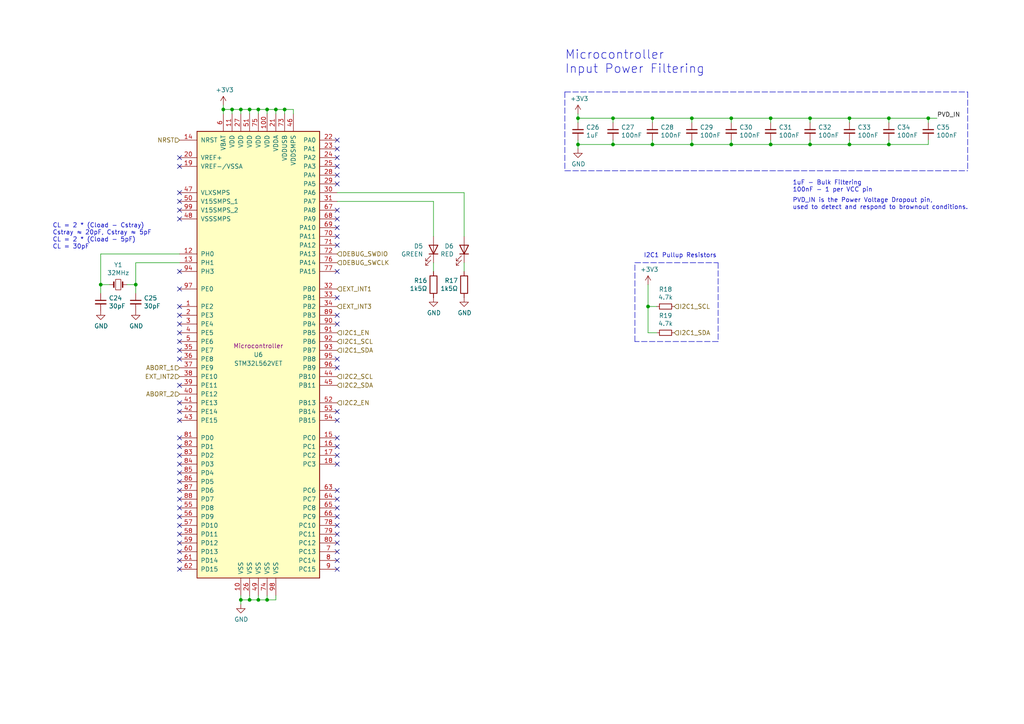
<source format=kicad_sch>
(kicad_sch (version 20211123) (generator eeschema)
  (paper "A4")
  (title_block (date "2021-12-20") (rev "v2.0.1") (company "Missouri S&T Rocket Design Team '21 (Jacob King, Thomas Francois)"))
  (lib_symbols
    (symbol "Device:C_Small" (pin_numbers hide) (pin_names (offset 0.254) hide)
      (property "Reference" "C" (at 0.254 1.778 0))
      (property "Value" "C_Small" (at 0.254 -2.032 0))
      (symbol "C_Small_0_1"
        (polyline (pts (xy -1.524 -0.508) (xy 1.524 -0.508)) (stroke (width 0.3302)))
        (polyline (pts (xy -1.524 0.508) (xy 1.524 0.508)) (stroke (width 0.3048)))
      )
      (symbol "C_Small_1_1"
        (pin passive line (at 0 2.54 270) (length 2.032) (name "~") (number "1"))
        (pin passive line (at 0 -2.54 90) (length 2.032) (name "~") (number "2"))
      )
    )
    (symbol "Device:Crystal_Small" (pin_numbers hide) (pin_names (offset 1.016) hide)
      (property "Reference" "Y" (at 0 2.54 0))
      (property "Value" "Crystal_Small" (at 0 -2.54 0))
      (symbol "Crystal_Small_0_1"
        (rectangle (start -0.762 -1.524) (end 0.762 1.524))
        (polyline (pts (xy -1.27 -0.762) (xy -1.27 0.762)) (stroke (width 0.381)))
        (polyline (pts (xy 1.27 -0.762) (xy 1.27 0.762)) (stroke (width 0.381)))
      )
      (symbol "Crystal_Small_1_1"
        (pin passive line (at -2.54 0 0) (length 1.27) (name "1") (number "1"))
        (pin passive line (at 2.54 0 180) (length 1.27) (name "2") (number "2"))
      )
    )
    (symbol "Device:LED" (pin_numbers hide) (pin_names (offset 1.016) hide)
      (property "Reference" "D" (at 0 2.54 0))
      (property "Value" "LED" (at 0 -2.54 0))
      (symbol "LED_0_1"
        (polyline (pts (xy -1.27 -1.27) (xy -1.27 1.27)) (stroke (width 0.254)))
        (polyline (pts (xy -1.27 0) (xy 1.27 0)))
        (polyline (pts (xy 1.27 -1.27) (xy 1.27 1.27) (xy -1.27 0) (xy 1.27 -1.27)) (stroke (width 0.254)))
        (polyline (pts (xy -3.048 -0.762) (xy -4.572 -2.286) (xy -3.81 -2.286) (xy -4.572 -2.286) (xy -4.572 -1.524)))
        (polyline (pts (xy -1.778 -0.762) (xy -3.302 -2.286) (xy -2.54 -2.286) (xy -3.302 -2.286) (xy -3.302 -1.524)))
      )
      (symbol "LED_1_1"
        (pin passive line (at -3.81 0 0) (length 2.54) (name "K") (number "1"))
        (pin passive line (at 3.81 0 180) (length 2.54) (name "A") (number "2"))
      )
    )
    (symbol "Device:R" (pin_numbers hide) (pin_names (offset 0))
      (property "Reference" "R" (at 2.032 0 90))
      (property "Value" "R" (at 0 0 90))
      (symbol "R_0_1"
        (rectangle (start -1.016 -2.54) (end 1.016 2.54) (stroke (width 0.254)))
      )
      (symbol "R_1_1"
        (pin passive line (at 0 3.81 270) (length 1.27) (name "~") (number "1"))
        (pin passive line (at 0 -3.81 90) (length 1.27) (name "~") (number "2"))
      )
    )
    (symbol "Device:R_Small" (pin_numbers hide) (pin_names (offset 0.254) hide)
      (property "Reference" "R" (at 0.762 0.508 0))
      (property "Value" "R_Small" (at 0.762 -1.016 0))
      (symbol "R_Small_0_1"
        (rectangle (start -0.762 1.778) (end 0.762 -1.778) (stroke (width 0.2032)))
      )
      (symbol "R_Small_1_1"
        (pin passive line (at 0 2.54 270) (length 0.762) (name "~") (number "1"))
        (pin passive line (at 0 -2.54 90) (length 0.762) (name "~") (number "2"))
      )
    )
    (symbol "RDT_Custom_Symbols:STM32L562VET" (pin_names (offset 1.016))
      (property "Reference" "U" (at 3.81 8.89 0))
      (property "Value" "STM32L562VET" (at 3.81 6.35 0))
      (symbol "STM32L562VET_1_1"
        (rectangle (start -17.78 -138.43) (end 17.78 -8.89) (stroke (width 0.254)) (fill (type background)))
        (pin bidirectional line (at -22.86 -59.69 0) (length 5.08) (name "PE2") (number "1"))
        (pin power_in line (at -5.08 -143.51 90) (length 5.08) (name "VSS") (number "10"))
        (pin power_in line (at 2.54 -3.81 270) (length 5.08) (name "VDD") (number "100"))
        (pin power_in line (at -7.62 -3.81 270) (length 5.08) (name "VDD") (number "11"))
        (pin input line (at -22.86 -44.45 0) (length 5.08) (name "PH0") (number "12"))
        (pin input line (at -22.86 -46.99 0) (length 5.08) (name "PH1") (number "13"))
        (pin input line (at -22.86 -11.43 0) (length 5.08) (name "NRST") (number "14"))
        (pin bidirectional line (at 22.86 -97.79 180) (length 5.08) (name "PC0") (number "15"))
        (pin bidirectional line (at 22.86 -100.33 180) (length 5.08) (name "PC1") (number "16"))
        (pin bidirectional line (at 22.86 -102.87 180) (length 5.08) (name "PC2") (number "17"))
        (pin bidirectional line (at 22.86 -105.41 180) (length 5.08) (name "PC3") (number "18"))
        (pin power_in line (at -22.86 -19.05 0) (length 5.08) (name "VREF-/VSSA") (number "19"))
        (pin bidirectional line (at -22.86 -62.23 0) (length 5.08) (name "PE3") (number "2"))
        (pin bidirectional line (at -22.86 -16.51 0) (length 5.08) (name "VREF+") (number "20"))
        (pin power_in line (at 5.08 -3.81 270) (length 5.08) (name "VDDA") (number "21"))
        (pin bidirectional line (at 22.86 -11.43 180) (length 5.08) (name "PA0") (number "22"))
        (pin bidirectional line (at 22.86 -13.97 180) (length 5.08) (name "PA1") (number "23"))
        (pin bidirectional line (at 22.86 -16.51 180) (length 5.08) (name "PA2") (number "24"))
        (pin bidirectional line (at 22.86 -19.05 180) (length 5.08) (name "PA3") (number "25"))
        (pin power_in line (at -2.54 -143.51 90) (length 5.08) (name "VSS") (number "26"))
        (pin power_in line (at -5.08 -3.81 270) (length 5.08) (name "VDD") (number "27"))
        (pin bidirectional line (at 22.86 -21.59 180) (length 5.08) (name "PA4") (number "28"))
        (pin bidirectional line (at 22.86 -24.13 180) (length 5.08) (name "PA5") (number "29"))
        (pin bidirectional line (at -22.86 -64.77 0) (length 5.08) (name "PE4") (number "3"))
        (pin bidirectional line (at 22.86 -26.67 180) (length 5.08) (name "PA6") (number "30"))
        (pin bidirectional line (at 22.86 -29.21 180) (length 5.08) (name "PA7") (number "31"))
        (pin bidirectional line (at 22.86 -54.61 180) (length 5.08) (name "PB0") (number "32"))
        (pin bidirectional line (at 22.86 -57.15 180) (length 5.08) (name "PB1") (number "33"))
        (pin bidirectional line (at 22.86 -59.69 180) (length 5.08) (name "PB2") (number "34"))
        (pin bidirectional line (at -22.86 -72.39 0) (length 5.08) (name "PE7") (number "35"))
        (pin bidirectional line (at -22.86 -74.93 0) (length 5.08) (name "PE8") (number "36"))
        (pin bidirectional line (at -22.86 -77.47 0) (length 5.08) (name "PE9") (number "37"))
        (pin bidirectional line (at -22.86 -80.01 0) (length 5.08) (name "PE10") (number "38"))
        (pin bidirectional line (at -22.86 -82.55 0) (length 5.08) (name "PE11") (number "39"))
        (pin bidirectional line (at -22.86 -67.31 0) (length 5.08) (name "PE5") (number "4"))
        (pin bidirectional line (at -22.86 -85.09 0) (length 5.08) (name "PE12") (number "40"))
        (pin bidirectional line (at -22.86 -87.63 0) (length 5.08) (name "PE13") (number "41"))
        (pin bidirectional line (at -22.86 -90.17 0) (length 5.08) (name "PE14") (number "42"))
        (pin bidirectional line (at -22.86 -92.71 0) (length 5.08) (name "PE15") (number "43"))
        (pin bidirectional line (at 22.86 -80.01 180) (length 5.08) (name "PB10") (number "44"))
        (pin bidirectional line (at 22.86 -82.55 180) (length 5.08) (name "PB11") (number "45"))
        (pin power_in line (at 10.16 -3.81 270) (length 5.08) (name "VDDSMPS") (number "46"))
        (pin power_in line (at -22.86 -26.67 0) (length 5.08) (name "VLXSMPS") (number "47"))
        (pin power_in line (at -22.86 -34.29 0) (length 5.08) (name "VSSSMPS") (number "48"))
        (pin power_in line (at 0 -143.51 90) (length 5.08) (name "VSS") (number "49"))
        (pin bidirectional line (at -22.86 -69.85 0) (length 5.08) (name "PE6") (number "5"))
        (pin power_out line (at -22.86 -29.21 0) (length 5.08) (name "V15SMPS_1") (number "50"))
        (pin power_in line (at -2.54 -3.81 270) (length 5.08) (name "VDD") (number "51"))
        (pin bidirectional line (at 22.86 -87.63 180) (length 5.08) (name "PB13") (number "52"))
        (pin bidirectional line (at 22.86 -90.17 180) (length 5.08) (name "PB14") (number "53"))
        (pin bidirectional line (at 22.86 -92.71 180) (length 5.08) (name "PB15") (number "54"))
        (pin bidirectional line (at -22.86 -118.11 0) (length 5.08) (name "PD8") (number "55"))
        (pin bidirectional line (at -22.86 -120.65 0) (length 5.08) (name "PD9") (number "56"))
        (pin bidirectional line (at -22.86 -123.19 0) (length 5.08) (name "PD10") (number "57"))
        (pin bidirectional line (at -22.86 -125.73 0) (length 5.08) (name "PD11") (number "58"))
        (pin bidirectional line (at -22.86 -128.27 0) (length 5.08) (name "PD12") (number "59"))
        (pin power_in line (at -10.16 -3.81 270) (length 5.08) (name "VBAT") (number "6"))
        (pin bidirectional line (at -22.86 -130.81 0) (length 5.08) (name "PD13") (number "60"))
        (pin bidirectional line (at -22.86 -133.35 0) (length 5.08) (name "PD14") (number "61"))
        (pin bidirectional line (at -22.86 -135.89 0) (length 5.08) (name "PD15") (number "62"))
        (pin bidirectional line (at 22.86 -113.03 180) (length 5.08) (name "PC6") (number "63"))
        (pin bidirectional line (at 22.86 -115.57 180) (length 5.08) (name "PC7") (number "64"))
        (pin bidirectional line (at 22.86 -118.11 180) (length 5.08) (name "PC8") (number "65"))
        (pin bidirectional line (at 22.86 -120.65 180) (length 5.08) (name "PC9") (number "66"))
        (pin bidirectional line (at 22.86 -31.75 180) (length 5.08) (name "PA8") (number "67"))
        (pin bidirectional line (at 22.86 -34.29 180) (length 5.08) (name "PA9") (number "68"))
        (pin bidirectional line (at 22.86 -36.83 180) (length 5.08) (name "PA10") (number "69"))
        (pin bidirectional line (at 22.86 -130.81 180) (length 5.08) (name "PC13") (number "7"))
        (pin bidirectional line (at 22.86 -39.37 180) (length 5.08) (name "PA11") (number "70"))
        (pin bidirectional line (at 22.86 -41.91 180) (length 5.08) (name "PA12") (number "71"))
        (pin bidirectional line (at 22.86 -44.45 180) (length 5.08) (name "PA13") (number "72"))
        (pin power_in line (at 7.62 -3.81 270) (length 5.08) (name "VDDUSB") (number "73"))
        (pin power_in line (at 2.54 -143.51 90) (length 5.08) (name "VSS") (number "74"))
        (pin power_in line (at 0 -3.81 270) (length 5.08) (name "VDD") (number "75"))
        (pin bidirectional line (at 22.86 -46.99 180) (length 5.08) (name "PA14") (number "76"))
        (pin bidirectional line (at 22.86 -49.53 180) (length 5.08) (name "PA15") (number "77"))
        (pin bidirectional line (at 22.86 -123.19 180) (length 5.08) (name "PC10") (number "78"))
        (pin bidirectional line (at 22.86 -125.73 180) (length 5.08) (name "PC11") (number "79"))
        (pin bidirectional line (at 22.86 -133.35 180) (length 5.08) (name "PC14") (number "8"))
        (pin bidirectional line (at 22.86 -128.27 180) (length 5.08) (name "PC12") (number "80"))
        (pin bidirectional line (at -22.86 -97.79 0) (length 5.08) (name "PD0") (number "81"))
        (pin bidirectional line (at -22.86 -100.33 0) (length 5.08) (name "PD1") (number "82"))
        (pin bidirectional line (at -22.86 -102.87 0) (length 5.08) (name "PD2") (number "83"))
        (pin bidirectional line (at -22.86 -105.41 0) (length 5.08) (name "PD3") (number "84"))
        (pin bidirectional line (at -22.86 -107.95 0) (length 5.08) (name "PD4") (number "85"))
        (pin bidirectional line (at -22.86 -110.49 0) (length 5.08) (name "PD5") (number "86"))
        (pin bidirectional line (at -22.86 -113.03 0) (length 5.08) (name "PD6") (number "87"))
        (pin bidirectional line (at -22.86 -115.57 0) (length 5.08) (name "PD7") (number "88"))
        (pin bidirectional line (at 22.86 -62.23 180) (length 5.08) (name "PB3") (number "89"))
        (pin bidirectional line (at 22.86 -135.89 180) (length 5.08) (name "PC15") (number "9"))
        (pin bidirectional line (at 22.86 -64.77 180) (length 5.08) (name "PB4") (number "90"))
        (pin bidirectional line (at 22.86 -67.31 180) (length 5.08) (name "PB5") (number "91"))
        (pin bidirectional line (at 22.86 -69.85 180) (length 5.08) (name "PB6") (number "92"))
        (pin bidirectional line (at 22.86 -72.39 180) (length 5.08) (name "PB7") (number "93"))
        (pin bidirectional line (at -22.86 -49.53 0) (length 5.08) (name "PH3") (number "94"))
        (pin bidirectional line (at 22.86 -74.93 180) (length 5.08) (name "PB8") (number "95"))
        (pin bidirectional line (at 22.86 -77.47 180) (length 5.08) (name "PB9") (number "96"))
        (pin bidirectional line (at -22.86 -54.61 0) (length 5.08) (name "PE0") (number "97"))
        (pin power_in line (at 5.08 -143.51 90) (length 5.08) (name "VSS") (number "98"))
        (pin power_out line (at -22.86 -31.75 0) (length 5.08) (name "V15SMPS_2") (number "99"))
      )
    )
    (symbol "power:+3.3V" (power) (pin_names (offset 0))
      (property "Value" "+3.3V" (at 0 3.556 0))
      (symbol "+3.3V_0_1"
        (polyline (pts (xy -0.762 1.27) (xy 0 2.54)))
        (polyline (pts (xy 0 0) (xy 0 2.54)))
        (polyline (pts (xy 0 2.54) (xy 0.762 1.27)))
      )
      (symbol "+3.3V_1_1"
        (pin power_in line (at 0 0 90) (length 0) hide (name "+3V3") (number "1"))
      )
    )
    (symbol "power:GND" (power) (pin_names (offset 0))
      (property "Value" "GND" (at 0 -3.81 0))
      (symbol "GND_0_1"
        (polyline (pts (xy 0 0) (xy 0 -1.27) (xy 1.27 -1.27) (xy 0 -2.54) (xy -1.27 -1.27) (xy 0 -1.27)))
      )
      (symbol "GND_1_1"
        (pin power_in line (at 0 0 270) (length 0) hide (name "GND") (number "1"))
      )
    )
  )
  (junction (at 64.77 31.75))
  (junction (at 257.81 41.91))
  (junction (at 223.52 41.91))
  (junction (at 257.81 34.29))
  (junction (at 246.38 41.91))
  (junction (at 212.09 41.91))
  (junction (at 74.93 31.75))
  (junction (at 69.85 173.99))
  (junction (at 72.39 31.75))
  (junction (at 29.21 82.55))
  (junction (at 234.95 34.29))
  (junction (at 39.37 82.55))
  (junction (at 69.85 31.75))
  (junction (at 67.31 31.75))
  (junction (at 189.23 41.91))
  (junction (at 187.96 88.9))
  (junction (at 200.66 34.29))
  (junction (at 246.38 34.29))
  (junction (at 80.01 31.75))
  (junction (at 167.64 34.29))
  (junction (at 200.66 41.91))
  (junction (at 82.55 31.75))
  (junction (at 77.47 173.99))
  (junction (at 234.95 41.91))
  (junction (at 167.64 41.91))
  (junction (at 223.52 34.29))
  (junction (at 177.8 34.29))
  (junction (at 177.8 41.91))
  (junction (at 72.39 173.99))
  (junction (at 77.47 31.75))
  (junction (at 74.93 173.99))
  (junction (at 269.24 34.29))
  (junction (at 189.23 34.29))
  (junction (at 212.09 34.29))
  (no_connect (at 97.79 127))
  (no_connect (at 52.07 116.84))
  (no_connect (at 52.07 132.08))
  (no_connect (at 52.07 88.9))
  (no_connect (at 52.07 142.24))
  (no_connect (at 97.79 119.38))
  (no_connect (at 52.07 147.32))
  (no_connect (at 97.79 93.98))
  (no_connect (at 97.79 165.1))
  (no_connect (at 97.79 121.92))
  (no_connect (at 52.07 58.42))
  (no_connect (at 52.07 60.96))
  (no_connect (at 52.07 83.82))
  (no_connect (at 97.79 40.64))
  (no_connect (at 97.79 86.36))
  (no_connect (at 52.07 45.72))
  (no_connect (at 52.07 160.02))
  (no_connect (at 97.79 91.44))
  (no_connect (at 97.79 132.08))
  (no_connect (at 97.79 66.04))
  (no_connect (at 52.07 111.76))
  (no_connect (at 97.79 45.72))
  (no_connect (at 97.79 154.94))
  (no_connect (at 97.79 63.5))
  (no_connect (at 52.07 55.88))
  (no_connect (at 97.79 68.58))
  (no_connect (at 97.79 147.32))
  (no_connect (at 52.07 91.44))
  (no_connect (at 52.07 96.52))
  (no_connect (at 52.07 121.92))
  (no_connect (at 52.07 165.1))
  (no_connect (at 97.79 152.4))
  (no_connect (at 52.07 134.62))
  (no_connect (at 52.07 104.14))
  (no_connect (at 52.07 101.6))
  (no_connect (at 97.79 160.02))
  (no_connect (at 52.07 119.38))
  (no_connect (at 97.79 43.18))
  (no_connect (at 52.07 129.54))
  (no_connect (at 52.07 48.26))
  (no_connect (at 97.79 134.62))
  (no_connect (at 52.07 93.98))
  (no_connect (at 97.79 149.86))
  (no_connect (at 97.79 104.14))
  (no_connect (at 52.07 162.56))
  (no_connect (at 97.79 60.96))
  (no_connect (at 52.07 139.7))
  (no_connect (at 97.79 129.54))
  (no_connect (at 52.07 127))
  (no_connect (at 52.07 63.5))
  (no_connect (at 52.07 137.16))
  (no_connect (at 97.79 53.34))
  (no_connect (at 52.07 152.4))
  (no_connect (at 52.07 78.74))
  (no_connect (at 97.79 144.78))
  (no_connect (at 97.79 50.8))
  (no_connect (at 97.79 162.56))
  (no_connect (at 97.79 106.68))
  (no_connect (at 97.79 48.26))
  (no_connect (at 52.07 154.94))
  (no_connect (at 52.07 99.06))
  (no_connect (at 97.79 71.12))
  (no_connect (at 97.79 157.48))
  (no_connect (at 97.79 78.74))
  (no_connect (at 52.07 149.86))
  (no_connect (at 97.79 142.24))
  (no_connect (at 52.07 157.48))
  (no_connect (at 52.07 144.78))
  (wire (pts (xy 212.09 41.91) (xy 223.52 41.91)))
  (wire (pts (xy 234.95 40.64) (xy 234.95 41.91)))
  (wire (pts (xy 200.66 34.29) (xy 212.09 34.29)))
  (wire (pts (xy 167.64 34.29) (xy 167.64 35.56)))
  (wire (pts (xy 72.39 31.75) (xy 74.93 31.75)))
  (wire (pts (xy 212.09 40.64) (xy 212.09 41.91)))
  (wire (pts (xy 223.52 40.64) (xy 223.52 41.91)))
  (wire (pts (xy 69.85 173.99) (xy 72.39 173.99)))
  (wire (pts (xy 77.47 173.99) (xy 80.01 173.99)))
  (wire (pts (xy 82.55 31.75) (xy 85.09 31.75)))
  (wire (pts (xy 223.52 41.91) (xy 234.95 41.91)))
  (wire (pts (xy 269.24 34.29) (xy 269.24 35.56)))
  (wire (pts (xy 67.31 31.75) (xy 64.77 31.75)))
  (polyline (pts (xy 208.28 76.2) (xy 208.28 99.06)))
  (wire (pts (xy 234.95 35.56) (xy 234.95 34.29)))
  (wire (pts (xy 69.85 31.75) (xy 69.85 33.02)))
  (wire (pts (xy 177.8 34.29) (xy 189.23 34.29)))
  (wire (pts (xy 69.85 31.75) (xy 72.39 31.75)))
  (wire (pts (xy 69.85 172.72) (xy 69.85 173.99)))
  (wire (pts (xy 167.64 33.02) (xy 167.64 34.29)))
  (wire (pts (xy 167.64 34.29) (xy 177.8 34.29)))
  (wire (pts (xy 29.21 85.09) (xy 29.21 82.55)))
  (wire (pts (xy 200.66 40.64) (xy 200.66 41.91)))
  (polyline (pts (xy 163.83 26.67) (xy 280.67 26.67)))
  (polyline (pts (xy 280.67 26.67) (xy 280.67 49.53)))
  (wire (pts (xy 85.09 31.75) (xy 85.09 33.02)))
  (wire (pts (xy 187.96 96.52) (xy 187.96 88.9)))
  (wire (pts (xy 212.09 34.29) (xy 212.09 35.56)))
  (wire (pts (xy 212.09 34.29) (xy 223.52 34.29)))
  (polyline (pts (xy 184.15 99.06) (xy 184.15 76.2)))
  (wire (pts (xy 246.38 34.29) (xy 257.81 34.29)))
  (wire (pts (xy 97.79 58.42) (xy 125.73 58.42)))
  (wire (pts (xy 77.47 31.75) (xy 80.01 31.75)))
  (wire (pts (xy 39.37 82.55) (xy 39.37 76.2)))
  (wire (pts (xy 52.07 73.66) (xy 29.21 73.66)))
  (wire (pts (xy 189.23 34.29) (xy 200.66 34.29)))
  (wire (pts (xy 269.24 34.29) (xy 271.78 34.29)))
  (wire (pts (xy 200.66 35.56) (xy 200.66 34.29)))
  (wire (pts (xy 189.23 41.91) (xy 200.66 41.91)))
  (polyline (pts (xy 208.28 99.06) (xy 184.15 99.06)))
  (wire (pts (xy 72.39 172.72) (xy 72.39 173.99)))
  (wire (pts (xy 187.96 82.55) (xy 187.96 88.9)))
  (wire (pts (xy 74.93 173.99) (xy 77.47 173.99)))
  (wire (pts (xy 74.93 31.75) (xy 77.47 31.75)))
  (polyline (pts (xy 163.83 49.53) (xy 280.67 49.53)))
  (wire (pts (xy 190.5 96.52) (xy 187.96 96.52)))
  (wire (pts (xy 39.37 85.09) (xy 39.37 82.55)))
  (wire (pts (xy 269.24 41.91) (xy 269.24 40.64)))
  (wire (pts (xy 200.66 41.91) (xy 212.09 41.91)))
  (wire (pts (xy 189.23 34.29) (xy 189.23 35.56)))
  (polyline (pts (xy 163.83 26.67) (xy 163.83 49.53)))
  (wire (pts (xy 177.8 35.56) (xy 177.8 34.29)))
  (wire (pts (xy 80.01 31.75) (xy 82.55 31.75)))
  (wire (pts (xy 72.39 33.02) (xy 72.39 31.75)))
  (wire (pts (xy 167.64 41.91) (xy 177.8 41.91)))
  (wire (pts (xy 74.93 172.72) (xy 74.93 173.99)))
  (wire (pts (xy 77.47 33.02) (xy 77.47 31.75)))
  (wire (pts (xy 36.83 82.55) (xy 39.37 82.55)))
  (wire (pts (xy 125.73 78.74) (xy 125.73 76.2)))
  (wire (pts (xy 69.85 175.26) (xy 69.85 173.99)))
  (wire (pts (xy 64.77 30.48) (xy 64.77 31.75)))
  (wire (pts (xy 167.64 43.18) (xy 167.64 41.91)))
  (wire (pts (xy 269.24 41.91) (xy 257.81 41.91)))
  (wire (pts (xy 64.77 31.75) (xy 64.77 33.02)))
  (wire (pts (xy 246.38 35.56) (xy 246.38 34.29)))
  (polyline (pts (xy 184.15 76.2) (xy 208.28 76.2)))
  (wire (pts (xy 234.95 34.29) (xy 246.38 34.29)))
  (wire (pts (xy 134.62 78.74) (xy 134.62 76.2)))
  (wire (pts (xy 125.73 58.42) (xy 125.73 68.58)))
  (wire (pts (xy 246.38 40.64) (xy 246.38 41.91)))
  (wire (pts (xy 234.95 41.91) (xy 246.38 41.91)))
  (wire (pts (xy 31.75 82.55) (xy 29.21 82.55)))
  (wire (pts (xy 167.64 40.64) (xy 167.64 41.91)))
  (wire (pts (xy 39.37 76.2) (xy 52.07 76.2)))
  (wire (pts (xy 257.81 40.64) (xy 257.81 41.91)))
  (wire (pts (xy 82.55 33.02) (xy 82.55 31.75)))
  (wire (pts (xy 72.39 173.99) (xy 74.93 173.99)))
  (wire (pts (xy 257.81 35.56) (xy 257.81 34.29)))
  (wire (pts (xy 177.8 41.91) (xy 189.23 41.91)))
  (wire (pts (xy 29.21 82.55) (xy 29.21 73.66)))
  (wire (pts (xy 223.52 35.56) (xy 223.52 34.29)))
  (wire (pts (xy 223.52 34.29) (xy 234.95 34.29)))
  (wire (pts (xy 67.31 31.75) (xy 69.85 31.75)))
  (wire (pts (xy 189.23 40.64) (xy 189.23 41.91)))
  (wire (pts (xy 80.01 31.75) (xy 80.01 33.02)))
  (wire (pts (xy 74.93 31.75) (xy 74.93 33.02)))
  (wire (pts (xy 257.81 34.29) (xy 269.24 34.29)))
  (wire (pts (xy 134.62 68.58) (xy 134.62 55.88)))
  (wire (pts (xy 187.96 88.9) (xy 190.5 88.9)))
  (wire (pts (xy 67.31 31.75) (xy 67.31 33.02)))
  (wire (pts (xy 97.79 55.88) (xy 134.62 55.88)))
  (wire (pts (xy 77.47 172.72) (xy 77.47 173.99)))
  (wire (pts (xy 177.8 40.64) (xy 177.8 41.91)))
  (wire (pts (xy 246.38 41.91) (xy 257.81 41.91)))
  (wire (pts (xy 80.01 173.99) (xy 80.01 172.72)))
  (text "I2C1 Pullup Resistors" (at 186.69 74.93 0) (effects (font (size 1.27 1.27)) (justify left bottom)))
  (text "PVD_IN is the Power Voltage Dropout pin,\nused to detect and respond to brownout conditions." (at 229.87 60.96 0) (effects (font (size 1.27 1.27)) (justify left bottom)))
  (text "Microcontroller\nInput Power Filtering" (at 163.83 21.59 0) (effects (font (size 2.54 2.54)) (justify left bottom)))
  (text "CL = 2 * (Cload - Cstray)\nCstray ≈ 20pF, Cstray ≈ 5pF\nCL = 2 * (Cload - 5pF)\nCL = 30pF" (at 15.24 72.39 0) (effects (font (size 1.27 1.27)) (justify left bottom)))
  (text "1uF - Bulk Filtering\n100nF - 1 per VCC pin" (at 229.87 55.88 0) (effects (font (size 1.27 1.27)) (justify left bottom)))
  (label "PVD_IN" (at 271.78 34.29 0))
  (hierarchical_label "I2C2_SCL" (shape input) (at 97.79 109.22 0))
  (hierarchical_label "I2C1_EN" (shape input) (at 97.79 96.52 0))
  (hierarchical_label "ABORT_1" (shape input) (at 52.07 106.68 180))
  (hierarchical_label "I2C1_SCL" (shape input) (at 97.79 99.06 0))
  (hierarchical_label "DEBUG_SWDIO" (shape input) (at 97.79 73.66 0))
  (hierarchical_label "I2C2_EN" (shape input) (at 97.79 116.84 0))
  (hierarchical_label "NRST" (shape input) (at 52.07 40.64 180))
  (hierarchical_label "I2C1_SDA" (shape input) (at 195.58 96.52 0))
  (hierarchical_label "I2C1_SDA" (shape input) (at 97.79 101.6 0))
  (hierarchical_label "DEBUG_SWCLK" (shape input) (at 97.79 76.2 0))
  (hierarchical_label "EXT_INT2" (shape input) (at 52.07 109.22 180))
  (hierarchical_label "I2C1_SCL" (shape input) (at 195.58 88.9 0))
  (hierarchical_label "EXT_INT1" (shape input) (at 97.79 83.82 0))
  (hierarchical_label "ABORT_2" (shape input) (at 52.07 114.3 180))
  (hierarchical_label "EXT_INT3" (shape input) (at 97.79 88.9 0))
  (hierarchical_label "I2C2_SDA" (shape input) (at 97.79 111.76 0))
  (symbol (lib_id "power:+3.3V") (at 167.64 33.02 0) (unit 1)
    (property "Reference" "#PWR035" (effects hide))
    (property "Value" "+3.3V" (at 168.021 28.6258 0))
  )
  (symbol (lib_id "Device:C_Small") (at 167.64 38.1 0) (unit 1)
    (property "Reference" "C26" (at 169.9768 36.9316 0) (effects (justify left)))
    (property "Value" "1uF" (at 169.9768 39.243 0) (effects (justify left)))
    (property "Footprint" "Capacitor_SMD:C_0603_1608Metric_Pad1.08x0.95mm_HandSolder" (effects hide))
  )
  (symbol (lib_id "Device:C_Small") (at 177.8 38.1 0) (unit 1)
    (property "Reference" "C27" (at 180.1368 36.9316 0) (effects (justify left)))
    (property "Value" "100nF" (at 180.1368 39.243 0) (effects (justify left)))
    (property "Footprint" "Capacitor_SMD:C_0603_1608Metric_Pad1.08x0.95mm_HandSolder" (effects hide))
  )
  (symbol (lib_id "Device:C_Small") (at 189.23 38.1 0) (unit 1)
    (property "Reference" "C28" (at 191.5668 36.9316 0) (effects (justify left)))
    (property "Value" "100nF" (at 191.5668 39.243 0) (effects (justify left)))
    (property "Footprint" "Capacitor_SMD:C_0603_1608Metric_Pad1.08x0.95mm_HandSolder" (effects hide))
  )
  (symbol (lib_id "Device:C_Small") (at 223.52 38.1 0) (unit 1)
    (property "Reference" "C31" (at 225.8568 36.9316 0) (effects (justify left)))
    (property "Value" "100nF" (at 225.8568 39.243 0) (effects (justify left)))
    (property "Footprint" "Capacitor_SMD:C_0603_1608Metric_Pad1.08x0.95mm_HandSolder" (effects hide))
  )
  (symbol (lib_id "Device:C_Small") (at 269.24 38.1 0) (unit 1)
    (property "Reference" "C35" (at 271.5768 36.9316 0) (effects (justify left)))
    (property "Value" "100nF" (at 271.5768 39.243 0) (effects (justify left)))
    (property "Footprint" "Capacitor_SMD:C_0603_1608Metric_Pad1.08x0.95mm_HandSolder" (effects hide))
  )
  (symbol (lib_id "power:GND") (at 167.64 43.18 0) (unit 1)
    (property "Reference" "#PWR036" (effects hide))
    (property "Value" "GND" (at 167.767 47.5742 0))
  )
  (symbol (lib_id "power:+3.3V") (at 187.96 82.55 0) (unit 1)
    (property "Reference" "#PWR037" (effects hide))
    (property "Value" "+3.3V" (at 188.341 78.1558 0))
  )
  (symbol (lib_id "Device:R_Small") (at 193.04 88.9 270) (unit 1)
    (property "Reference" "R18" (at 193.04 83.9216 90))
    (property "Value" "4.7k" (at 193.04 86.233 90))
    (property "Footprint" "Resistor_SMD:R_0603_1608Metric_Pad1.05x0.95mm_HandSolder" (effects hide))
  )
  (symbol (lib_id "Device:R_Small") (at 193.04 96.52 270) (unit 1)
    (property "Reference" "R19" (at 193.04 91.5416 90))
    (property "Value" "4.7k" (at 193.04 93.853 90))
    (property "Footprint" "Resistor_SMD:R_0603_1608Metric_Pad1.05x0.95mm_HandSolder" (effects hide))
  )
  (symbol (lib_id "RDT_Custom_Symbols:STM32L562VET") (at 74.93 29.21 0) (unit 1)
    (property "Reference" "U6" (at 74.93 102.87 0))
    (property "Value" "STM32L562VET" (at 74.93 105.41 0))
    (property "Footprint" "Package_QFP:LQFP-100_14x14mm_P0.5mm" (effects hide))
    (property "Datasheet" "https://www.st.com/resource/en/datasheet/stm32l562re.pdf" (effects hide))
    (property "Description" "Microcontroller" (at 74.93 100.33 0))
  )
  (symbol (lib_id "power:GND") (at 69.85 175.26 0) (unit 1)
    (property "Reference" "#PWR032" (effects hide))
    (property "Value" "GND" (at 69.977 179.6542 0))
  )
  (symbol (lib_id "power:+3.3V") (at 64.77 30.48 0) (unit 1)
    (property "Reference" "#PWR031" (effects hide))
    (property "Value" "+3.3V" (at 65.151 26.0858 0))
  )
  (symbol (lib_id "Device:C_Small") (at 200.66 38.1 0) (unit 1)
    (property "Reference" "C29" (at 202.9968 36.9316 0) (effects (justify left)))
    (property "Value" "100nF" (at 202.9968 39.243 0) (effects (justify left)))
    (property "Footprint" "Capacitor_SMD:C_0603_1608Metric_Pad1.08x0.95mm_HandSolder" (effects hide))
  )
  (symbol (lib_id "Device:C_Small") (at 212.09 38.1 0) (unit 1)
    (property "Reference" "C30" (at 214.4268 36.9316 0) (effects (justify left)))
    (property "Value" "100nF" (at 214.4268 39.243 0) (effects (justify left)))
    (property "Footprint" "Capacitor_SMD:C_0603_1608Metric_Pad1.08x0.95mm_HandSolder" (effects hide))
  )
  (symbol (lib_id "Device:C_Small") (at 234.95 38.1 0) (unit 1)
    (property "Reference" "C32" (at 237.2868 36.9316 0) (effects (justify left)))
    (property "Value" "100nF" (at 237.2868 39.243 0) (effects (justify left)))
    (property "Footprint" "Capacitor_SMD:C_0603_1608Metric_Pad1.08x0.95mm_HandSolder" (effects hide))
  )
  (symbol (lib_id "Device:C_Small") (at 246.38 38.1 0) (unit 1)
    (property "Reference" "C33" (at 248.7168 36.9316 0) (effects (justify left)))
    (property "Value" "100nF" (at 248.7168 39.243 0) (effects (justify left)))
    (property "Footprint" "Capacitor_SMD:C_0603_1608Metric_Pad1.08x0.95mm_HandSolder" (effects hide))
  )
  (symbol (lib_id "Device:C_Small") (at 257.81 38.1 0) (unit 1)
    (property "Reference" "C34" (at 260.1468 36.9316 0) (effects (justify left)))
    (property "Value" "100nF" (at 260.1468 39.243 0) (effects (justify left)))
    (property "Footprint" "Capacitor_SMD:C_0603_1608Metric_Pad1.08x0.95mm_HandSolder" (effects hide))
  )
  (symbol (lib_id "Device:C_Small") (at 29.21 87.63 0) (unit 1)
    (property "Reference" "C24" (at 31.5468 86.4616 0) (effects (justify left)))
    (property "Value" "30pF" (at 31.5468 88.773 0) (effects (justify left)))
    (property "Footprint" "Capacitor_SMD:C_0603_1608Metric_Pad1.08x0.95mm_HandSolder" (effects hide))
  )
  (symbol (lib_id "Device:C_Small") (at 39.37 87.63 0) (unit 1)
    (property "Reference" "C25" (at 41.7068 86.4616 0) (effects (justify left)))
    (property "Value" "30pF" (at 41.7068 88.773 0) (effects (justify left)))
    (property "Footprint" "Capacitor_SMD:C_0603_1608Metric_Pad1.08x0.95mm_HandSolder" (effects hide))
  )
  (symbol (lib_id "Device:Crystal_Small") (at 34.29 82.55 0) (unit 1)
    (property "Reference" "Y1" (at 34.29 76.835 0))
    (property "Value" "32MHz" (at 34.29 79.1464 0))
    (property "Footprint" "RDT_Custom_Footprints:XTAL_ABM7-32.000MHZ-D2Y-T" (effects hide))
  )
  (symbol (lib_id "Device:R") (at 134.62 82.55 0) (mirror y) (unit 1)
    (property "Reference" "R17" (at 132.842 81.3816 0) (effects (justify left)))
    (property "Value" "1k5Ω" (at 132.842 83.693 0) (effects (justify left)))
    (property "Footprint" "Resistor_SMD:R_0603_1608Metric_Pad1.05x0.95mm_HandSolder" (effects hide))
  )
  (symbol (lib_id "Device:LED") (at 134.62 72.39 270) (mirror x) (unit 1)
    (property "Reference" "D6" (at 131.6228 71.3994 90) (effects (justify right)))
    (property "Value" "RED" (at 131.6228 73.7108 90) (effects (justify right)))
    (property "Footprint" "LED_SMD:LED_0603_1608Metric" (effects hide))
  )
  (symbol (lib_id "Device:LED") (at 125.73 72.39 270) (mirror x) (unit 1)
    (property "Reference" "D5" (at 122.7328 71.3994 90) (effects (justify right)))
    (property "Value" "GREEN" (at 122.7328 73.7108 90) (effects (justify right)))
    (property "Footprint" "LED_SMD:LED_0603_1608Metric" (effects hide))
  )
  (symbol (lib_id "Device:R") (at 125.73 82.55 0) (mirror y) (unit 1)
    (property "Reference" "R16" (at 123.952 81.3816 0) (effects (justify left)))
    (property "Value" "1k5Ω" (at 123.952 83.693 0) (effects (justify left)))
    (property "Footprint" "Resistor_SMD:R_0603_1608Metric_Pad1.05x0.95mm_HandSolder" (effects hide))
  )
  (symbol (lib_id "power:GND") (at 125.73 86.36 0) (unit 1)
    (property "Reference" "#PWR033" (effects hide))
    (property "Value" "GND" (at 125.857 90.7542 0))
  )
  (symbol (lib_id "power:GND") (at 134.62 86.36 0) (unit 1)
    (property "Reference" "#PWR034" (effects hide))
    (property "Value" "GND" (at 134.747 90.7542 0))
  )
  (symbol (lib_id "power:GND") (at 29.21 90.17 0) (unit 1)
    (property "Reference" "#PWR029" (effects hide))
    (property "Value" "GND" (at 29.337 94.5642 0))
  )
  (symbol (lib_id "power:GND") (at 39.37 90.17 0) (unit 1)
    (property "Reference" "#PWR030" (effects hide))
    (property "Value" "GND" (at 39.497 94.5642 0))
  )
)
</source>
